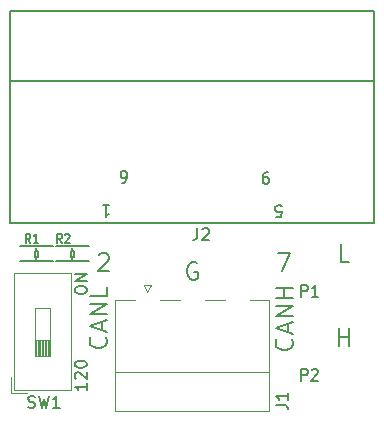
<source format=gto>
G04 #@! TF.GenerationSoftware,KiCad,Pcbnew,(5.1.4)-1*
G04 #@! TF.CreationDate,2021-11-22T21:05:38+08:00*
G04 #@! TF.ProjectId,CAN-DB9,43414e2d-4442-4392-9e6b-696361645f70,rev?*
G04 #@! TF.SameCoordinates,Original*
G04 #@! TF.FileFunction,Legend,Top*
G04 #@! TF.FilePolarity,Positive*
%FSLAX46Y46*%
G04 Gerber Fmt 4.6, Leading zero omitted, Abs format (unit mm)*
G04 Created by KiCad (PCBNEW (5.1.4)-1) date 2021-11-22 21:05:38*
%MOMM*%
%LPD*%
G04 APERTURE LIST*
%ADD10C,0.200000*%
%ADD11C,0.150000*%
%ADD12C,0.120000*%
%ADD13C,0.152400*%
%ADD14C,0.203200*%
%ADD15C,0.127000*%
G04 APERTURE END LIST*
D10*
X128222428Y-82339571D02*
X128222428Y-80839571D01*
X128222428Y-81553857D02*
X129079571Y-81553857D01*
X129079571Y-82339571D02*
X129079571Y-80839571D01*
X129115285Y-75227571D02*
X128401000Y-75227571D01*
X128401000Y-73727571D01*
X123071000Y-74489571D02*
X124071000Y-74489571D01*
X123428142Y-75989571D01*
X107902428Y-74632428D02*
X107973857Y-74561000D01*
X108116714Y-74489571D01*
X108473857Y-74489571D01*
X108616714Y-74561000D01*
X108688142Y-74632428D01*
X108759571Y-74775285D01*
X108759571Y-74918142D01*
X108688142Y-75132428D01*
X107831000Y-75989571D01*
X108759571Y-75989571D01*
X116216857Y-75323000D02*
X116074000Y-75251571D01*
X115859714Y-75251571D01*
X115645428Y-75323000D01*
X115502571Y-75465857D01*
X115431142Y-75608714D01*
X115359714Y-75894428D01*
X115359714Y-76108714D01*
X115431142Y-76394428D01*
X115502571Y-76537285D01*
X115645428Y-76680142D01*
X115859714Y-76751571D01*
X116002571Y-76751571D01*
X116216857Y-76680142D01*
X116288285Y-76608714D01*
X116288285Y-76108714D01*
X116002571Y-76108714D01*
D11*
X106878380Y-85502666D02*
X106878380Y-86074095D01*
X106878380Y-85788380D02*
X105878380Y-85788380D01*
X106021238Y-85883619D01*
X106116476Y-85978857D01*
X106164095Y-86074095D01*
X105973619Y-85121714D02*
X105926000Y-85074095D01*
X105878380Y-84978857D01*
X105878380Y-84740761D01*
X105926000Y-84645523D01*
X105973619Y-84597904D01*
X106068857Y-84550285D01*
X106164095Y-84550285D01*
X106306952Y-84597904D01*
X106878380Y-85169333D01*
X106878380Y-84550285D01*
X105878380Y-83931238D02*
X105878380Y-83836000D01*
X105926000Y-83740761D01*
X105973619Y-83693142D01*
X106068857Y-83645523D01*
X106259333Y-83597904D01*
X106497428Y-83597904D01*
X106687904Y-83645523D01*
X106783142Y-83693142D01*
X106830761Y-83740761D01*
X106878380Y-83836000D01*
X106878380Y-83931238D01*
X106830761Y-84026476D01*
X106783142Y-84074095D01*
X106687904Y-84121714D01*
X106497428Y-84169333D01*
X106259333Y-84169333D01*
X106068857Y-84121714D01*
X105973619Y-84074095D01*
X105926000Y-84026476D01*
X105878380Y-83931238D01*
X105878380Y-77708047D02*
X105878380Y-77517571D01*
X105926000Y-77422333D01*
X106021238Y-77327095D01*
X106211714Y-77279476D01*
X106545047Y-77279476D01*
X106735523Y-77327095D01*
X106830761Y-77422333D01*
X106878380Y-77517571D01*
X106878380Y-77708047D01*
X106830761Y-77803285D01*
X106735523Y-77898523D01*
X106545047Y-77946142D01*
X106211714Y-77946142D01*
X106021238Y-77898523D01*
X105926000Y-77803285D01*
X105878380Y-77708047D01*
X106878380Y-76850904D02*
X105878380Y-76850904D01*
X106878380Y-76279476D01*
X105878380Y-76279476D01*
D10*
X124233714Y-81760000D02*
X124305142Y-81831428D01*
X124376571Y-82045714D01*
X124376571Y-82188571D01*
X124305142Y-82402857D01*
X124162285Y-82545714D01*
X124019428Y-82617142D01*
X123733714Y-82688571D01*
X123519428Y-82688571D01*
X123233714Y-82617142D01*
X123090857Y-82545714D01*
X122948000Y-82402857D01*
X122876571Y-82188571D01*
X122876571Y-82045714D01*
X122948000Y-81831428D01*
X123019428Y-81760000D01*
X123948000Y-81188571D02*
X123948000Y-80474285D01*
X124376571Y-81331428D02*
X122876571Y-80831428D01*
X124376571Y-80331428D01*
X124376571Y-79831428D02*
X122876571Y-79831428D01*
X124376571Y-78974285D01*
X122876571Y-78974285D01*
X124376571Y-78260000D02*
X122876571Y-78260000D01*
X123590857Y-78260000D02*
X123590857Y-77402857D01*
X124376571Y-77402857D02*
X122876571Y-77402857D01*
X108485714Y-81581428D02*
X108557142Y-81652857D01*
X108628571Y-81867142D01*
X108628571Y-82010000D01*
X108557142Y-82224285D01*
X108414285Y-82367142D01*
X108271428Y-82438571D01*
X107985714Y-82510000D01*
X107771428Y-82510000D01*
X107485714Y-82438571D01*
X107342857Y-82367142D01*
X107200000Y-82224285D01*
X107128571Y-82010000D01*
X107128571Y-81867142D01*
X107200000Y-81652857D01*
X107271428Y-81581428D01*
X108200000Y-81010000D02*
X108200000Y-80295714D01*
X108628571Y-81152857D02*
X107128571Y-80652857D01*
X108628571Y-80152857D01*
X108628571Y-79652857D02*
X107128571Y-79652857D01*
X108628571Y-78795714D01*
X107128571Y-78795714D01*
X108628571Y-77367142D02*
X108628571Y-78081428D01*
X107128571Y-78081428D01*
D12*
X102489000Y-81829667D02*
X103759000Y-81829667D01*
X103689000Y-83183000D02*
X103689000Y-81829667D01*
X103569000Y-83183000D02*
X103569000Y-81829667D01*
X103449000Y-83183000D02*
X103449000Y-81829667D01*
X103329000Y-83183000D02*
X103329000Y-81829667D01*
X103209000Y-83183000D02*
X103209000Y-81829667D01*
X103089000Y-83183000D02*
X103089000Y-81829667D01*
X102969000Y-83183000D02*
X102969000Y-81829667D01*
X102849000Y-83183000D02*
X102849000Y-81829667D01*
X102729000Y-83183000D02*
X102729000Y-81829667D01*
X102609000Y-83183000D02*
X102609000Y-81829667D01*
X102489000Y-79123000D02*
X102489000Y-83183000D01*
X103759000Y-79123000D02*
X102489000Y-79123000D01*
X103759000Y-83183000D02*
X103759000Y-79123000D01*
X102489000Y-83183000D02*
X103759000Y-83183000D01*
X100464000Y-86343000D02*
X101847000Y-86343000D01*
X100464000Y-86343000D02*
X100464000Y-84959000D01*
X100704000Y-76203000D02*
X105544000Y-76203000D01*
X100704000Y-86103000D02*
X105544000Y-86103000D01*
X105544000Y-86103000D02*
X105544000Y-76203000D01*
X100704000Y-86103000D02*
X100704000Y-76203000D01*
D13*
X105664000Y-74295000D02*
X105664000Y-74041000D01*
X104267000Y-75184000D02*
X107061000Y-75184000D01*
X105537000Y-74295000D02*
X105791000Y-74295000D01*
X105791000Y-74803000D02*
X105791000Y-74295000D01*
X105537000Y-74803000D02*
X105537000Y-74295000D01*
X105537000Y-74803000D02*
X105791000Y-74803000D01*
X104267000Y-73914000D02*
X107061000Y-73914000D01*
X105664000Y-75057000D02*
X105664000Y-74803000D01*
X102616000Y-74295000D02*
X102616000Y-74041000D01*
X101219000Y-75184000D02*
X104013000Y-75184000D01*
X102489000Y-74295000D02*
X102743000Y-74295000D01*
X102743000Y-74803000D02*
X102743000Y-74295000D01*
X102489000Y-74803000D02*
X102489000Y-74295000D01*
X102489000Y-74803000D02*
X102743000Y-74803000D01*
X101219000Y-73914000D02*
X104013000Y-73914000D01*
X102616000Y-75057000D02*
X102616000Y-74803000D01*
D14*
X131229000Y-59949000D02*
X100419000Y-59949000D01*
X131229000Y-53949000D02*
X100419000Y-53949000D01*
X131229000Y-53949000D02*
X131229000Y-71949000D01*
X131229000Y-71969000D02*
X100419000Y-71969000D01*
X100419000Y-53949000D02*
X100419000Y-71969000D01*
D12*
X111714000Y-77156000D02*
X112314000Y-77156000D01*
X112014000Y-77756000D02*
X111714000Y-77156000D01*
X112314000Y-77156000D02*
X112014000Y-77756000D01*
X109304000Y-84556000D02*
X122344000Y-84556000D01*
X116874000Y-78446000D02*
X118584000Y-78446000D01*
X113064000Y-78446000D02*
X114774000Y-78446000D01*
X122344000Y-78446000D02*
X120684000Y-78446000D01*
X109304000Y-78446000D02*
X110964000Y-78446000D01*
X122344000Y-87866000D02*
X122344000Y-78446000D01*
X109304000Y-87866000D02*
X122344000Y-87866000D01*
X109304000Y-78446000D02*
X109304000Y-87866000D01*
D11*
X101917666Y-87526761D02*
X102060523Y-87574380D01*
X102298619Y-87574380D01*
X102393857Y-87526761D01*
X102441476Y-87479142D01*
X102489095Y-87383904D01*
X102489095Y-87288666D01*
X102441476Y-87193428D01*
X102393857Y-87145809D01*
X102298619Y-87098190D01*
X102108142Y-87050571D01*
X102012904Y-87002952D01*
X101965285Y-86955333D01*
X101917666Y-86860095D01*
X101917666Y-86764857D01*
X101965285Y-86669619D01*
X102012904Y-86622000D01*
X102108142Y-86574380D01*
X102346238Y-86574380D01*
X102489095Y-86622000D01*
X102822428Y-86574380D02*
X103060523Y-87574380D01*
X103251000Y-86860095D01*
X103441476Y-87574380D01*
X103679571Y-86574380D01*
X104584333Y-87574380D02*
X104012904Y-87574380D01*
X104298619Y-87574380D02*
X104298619Y-86574380D01*
X104203380Y-86717238D01*
X104108142Y-86812476D01*
X104012904Y-86860095D01*
D15*
X104785333Y-73640904D02*
X104552000Y-73259952D01*
X104385333Y-73640904D02*
X104385333Y-72840904D01*
X104652000Y-72840904D01*
X104718666Y-72879000D01*
X104752000Y-72917095D01*
X104785333Y-72993285D01*
X104785333Y-73107571D01*
X104752000Y-73183761D01*
X104718666Y-73221857D01*
X104652000Y-73259952D01*
X104385333Y-73259952D01*
X105052000Y-72917095D02*
X105085333Y-72879000D01*
X105152000Y-72840904D01*
X105318666Y-72840904D01*
X105385333Y-72879000D01*
X105418666Y-72917095D01*
X105452000Y-72993285D01*
X105452000Y-73069476D01*
X105418666Y-73183761D01*
X105018666Y-73640904D01*
X105452000Y-73640904D01*
X102118333Y-73640904D02*
X101885000Y-73259952D01*
X101718333Y-73640904D02*
X101718333Y-72840904D01*
X101985000Y-72840904D01*
X102051666Y-72879000D01*
X102085000Y-72917095D01*
X102118333Y-72993285D01*
X102118333Y-73107571D01*
X102085000Y-73183761D01*
X102051666Y-73221857D01*
X101985000Y-73259952D01*
X101718333Y-73259952D01*
X102785000Y-73640904D02*
X102385000Y-73640904D01*
X102585000Y-73640904D02*
X102585000Y-72840904D01*
X102518333Y-72955190D01*
X102451666Y-73031380D01*
X102385000Y-73069476D01*
D13*
X125065714Y-85288380D02*
X125065714Y-84288380D01*
X125408571Y-84288380D01*
X125494285Y-84336000D01*
X125537142Y-84383619D01*
X125580000Y-84478857D01*
X125580000Y-84621714D01*
X125537142Y-84716952D01*
X125494285Y-84764571D01*
X125408571Y-84812190D01*
X125065714Y-84812190D01*
X125922857Y-84383619D02*
X125965714Y-84336000D01*
X126051428Y-84288380D01*
X126265714Y-84288380D01*
X126351428Y-84336000D01*
X126394285Y-84383619D01*
X126437142Y-84478857D01*
X126437142Y-84574095D01*
X126394285Y-84716952D01*
X125880000Y-85288380D01*
X126437142Y-85288380D01*
X125065714Y-78176380D02*
X125065714Y-77176380D01*
X125408571Y-77176380D01*
X125494285Y-77224000D01*
X125537142Y-77271619D01*
X125580000Y-77366857D01*
X125580000Y-77509714D01*
X125537142Y-77604952D01*
X125494285Y-77652571D01*
X125408571Y-77700190D01*
X125065714Y-77700190D01*
X126437142Y-78176380D02*
X125922857Y-78176380D01*
X126180000Y-78176380D02*
X126180000Y-77176380D01*
X126094285Y-77319238D01*
X126008571Y-77414476D01*
X125922857Y-77462095D01*
D11*
X116252666Y-72350380D02*
X116252666Y-73064666D01*
X116205047Y-73207523D01*
X116109809Y-73302761D01*
X115966952Y-73350380D01*
X115871714Y-73350380D01*
X116681238Y-72445619D02*
X116728857Y-72398000D01*
X116824095Y-72350380D01*
X117062190Y-72350380D01*
X117157428Y-72398000D01*
X117205047Y-72445619D01*
X117252666Y-72540857D01*
X117252666Y-72636095D01*
X117205047Y-72778952D01*
X116633619Y-73350380D01*
X117252666Y-73350380D01*
D13*
X109852571Y-68516619D02*
X110024000Y-68516619D01*
X110109714Y-68469000D01*
X110152571Y-68421380D01*
X110238285Y-68278523D01*
X110281142Y-68088047D01*
X110281142Y-67707095D01*
X110238285Y-67611857D01*
X110195428Y-67564238D01*
X110109714Y-67516619D01*
X109938285Y-67516619D01*
X109852571Y-67564238D01*
X109809714Y-67611857D01*
X109766857Y-67707095D01*
X109766857Y-67945190D01*
X109809714Y-68040428D01*
X109852571Y-68088047D01*
X109938285Y-68135666D01*
X110109714Y-68135666D01*
X110195428Y-68088047D01*
X110238285Y-68040428D01*
X110281142Y-67945190D01*
X122195428Y-67616619D02*
X122024000Y-67616619D01*
X121938285Y-67664238D01*
X121895428Y-67711857D01*
X121809714Y-67854714D01*
X121766857Y-68045190D01*
X121766857Y-68426142D01*
X121809714Y-68521380D01*
X121852571Y-68569000D01*
X121938285Y-68616619D01*
X122109714Y-68616619D01*
X122195428Y-68569000D01*
X122238285Y-68521380D01*
X122281142Y-68426142D01*
X122281142Y-68188047D01*
X122238285Y-68092809D01*
X122195428Y-68045190D01*
X122109714Y-67997571D01*
X121938285Y-67997571D01*
X121852571Y-68045190D01*
X121809714Y-68092809D01*
X121766857Y-68188047D01*
X122909714Y-71416619D02*
X123338285Y-71416619D01*
X123381142Y-70940428D01*
X123338285Y-70988047D01*
X123252571Y-71035666D01*
X123038285Y-71035666D01*
X122952571Y-70988047D01*
X122909714Y-70940428D01*
X122866857Y-70845190D01*
X122866857Y-70607095D01*
X122909714Y-70511857D01*
X122952571Y-70464238D01*
X123038285Y-70416619D01*
X123252571Y-70416619D01*
X123338285Y-70464238D01*
X123381142Y-70511857D01*
X108266857Y-70416619D02*
X108781142Y-70416619D01*
X108524000Y-70416619D02*
X108524000Y-71416619D01*
X108609714Y-71273761D01*
X108695428Y-71178523D01*
X108781142Y-71130904D01*
D11*
X122896380Y-87328333D02*
X123610666Y-87328333D01*
X123753523Y-87375952D01*
X123848761Y-87471190D01*
X123896380Y-87614047D01*
X123896380Y-87709285D01*
X123896380Y-86328333D02*
X123896380Y-86899761D01*
X123896380Y-86614047D02*
X122896380Y-86614047D01*
X123039238Y-86709285D01*
X123134476Y-86804523D01*
X123182095Y-86899761D01*
M02*

</source>
